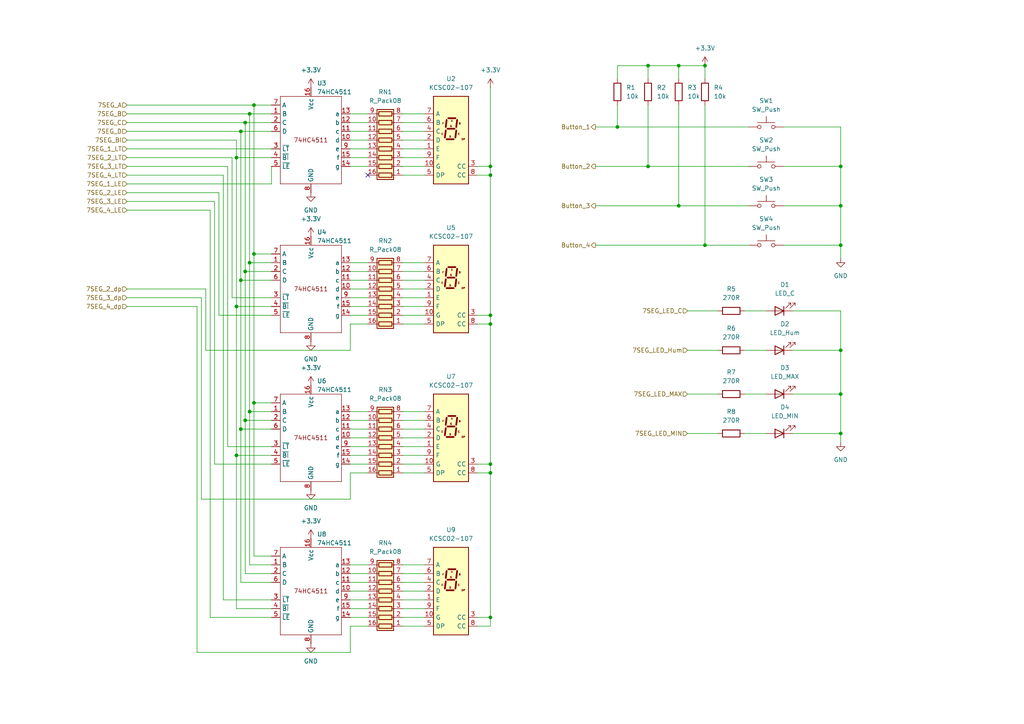
<source format=kicad_sch>
(kicad_sch (version 20250114) (generator "eeschema") (generator_version "9.0")
  (paper "A4")
  (lib_symbols
    (symbol "74HC4511:74HC4511"
      (property "Reference" "U" (at -8.382 14.224 0))
      (property "Value" "74HC4511" (at 0 0 0))
      (symbol "74HC4511_1_1"
        (rectangle (start -8.89 12.7) (end 8.89 -12.7) (fill (type color) (color 255 255 255 1)))
        (text "74HC4511\n" (at 0 0 0) (effects (font (size 1.27 1.27))))
        (pin input line (at -11.43 10.16 0) (length 2.54) (name "A") (number "7"))
        (pin input line (at -11.43 7.62 0) (length 2.54) (name "B") (number "1"))
        (pin input line (at -11.43 5.08 0) (length 2.54) (name "C") (number "2"))
        (pin input line (at -11.43 2.54 0) (length 2.54) (name "D") (number "6"))
        (pin input line (at -11.43 -2.54 0) (length 2.54) (name "~{LT}") (number "3"))
        (pin input line (at -11.43 -5.08 0) (length 2.54) (name "~{BI}") (number "4"))
        (pin input line (at -11.43 -7.62 0) (length 2.54) (name "~{LE}") (number "5"))
        (pin power_in line (at 0 15.24 270) (length 2.54) (name "Vcc") (number "16"))
        (pin power_out line (at 0 -15.24 90) (length 2.54) (name "GND") (number "8"))
        (pin output line (at 11.43 7.62 180) (length 2.54) (name "a") (number "13"))
        (pin output line (at 11.43 5.08 180) (length 2.54) (name "b") (number "12"))
        (pin output line (at 11.43 2.54 180) (length 2.54) (name "c") (number "11"))
        (pin output line (at 11.43 0 180) (length 2.54) (name "d") (number "10"))
        (pin output line (at 11.43 -2.54 180) (length 2.54) (name "e") (number "9"))
        (pin output line (at 11.43 -5.08 180) (length 2.54) (name "f") (number "15"))
        (pin output line (at 11.43 -7.62 180) (length 2.54) (name "g") (number "14"))
      )
    )
    (symbol "Device:LED" (pin_numbers (hide yes)) (pin_names (offset 1.016) (hide yes))
      (property "Reference" "D" (at 0 2.54 0))
      (property "Value" "LED" (at 0 -2.54 0))
      (symbol "LED_0_1"
        (polyline (pts (xy -3.048 -0.762) (xy -4.572 -2.286) (xy -3.81 -2.286) (xy -4.572 -2.286) (xy -4.572 -1.524)))
        (polyline (pts (xy -1.778 -0.762) (xy -3.302 -2.286) (xy -2.54 -2.286) (xy -3.302 -2.286) (xy -3.302 -1.524)))
        (polyline (pts (xy -1.27 0) (xy 1.27 0)))
        (polyline (pts (xy -1.27 -1.27) (xy -1.27 1.27)) (stroke (width 0.254)))
        (polyline (pts (xy 1.27 -1.27) (xy 1.27 1.27) (xy -1.27 0) (xy 1.27 -1.27)) (stroke (width 0.254)))
      )
      (symbol "LED_1_1"
        (pin passive line (at -3.81 0 0) (length 2.54) (name "K") (number "1"))
        (pin passive line (at 3.81 0 180) (length 2.54) (name "A") (number "2"))
      )
    )
    (symbol "Device:R" (pin_numbers (hide yes)) (pin_names (offset 0))
      (property "Reference" "R" (at 2.032 0 90))
      (property "Value" "R" (at 0 0 90))
      (symbol "R_0_1"
        (rectangle (start -1.016 -2.54) (end 1.016 2.54) (stroke (width 0.254)))
      )
      (symbol "R_1_1"
        (pin passive line (at 0 3.81 270) (length 1.27) (name "~") (number "1"))
        (pin passive line (at 0 -3.81 90) (length 1.27) (name "~") (number "2"))
      )
    )
    (symbol "Device:R_Pack08" (pin_names (offset 0) (hide yes))
      (property "Reference" "RN" (at -12.7 0 90))
      (property "Value" "R_Pack08" (at 10.16 0 90))
      (symbol "R_Pack08_0_1"
        (rectangle (start -11.43 -2.413) (end 8.89 2.413) (stroke (width 0.254)) (fill (type background)))
        (rectangle (start -10.795 1.905) (end -9.525 -1.905) (stroke (width 0.254)))
        (polyline (pts (xy -10.16 1.905) (xy -10.16 2.54)))
        (polyline (pts (xy -10.16 -2.54) (xy -10.16 -1.905)))
        (rectangle (start -8.255 1.905) (end -6.985 -1.905) (stroke (width 0.254)))
        (polyline (pts (xy -7.62 1.905) (xy -7.62 2.54)))
        (polyline (pts (xy -7.62 -2.54) (xy -7.62 -1.905)))
        (rectangle (start -5.715 1.905) (end -4.445 -1.905) (stroke (width 0.254)))
        (polyline (pts (xy -5.08 1.905) (xy -5.08 2.54)))
        (polyline (pts (xy -5.08 -2.54) (xy -5.08 -1.905)))
        (rectangle (start -3.175 1.905) (end -1.905 -1.905) (stroke (width 0.254)))
        (polyline (pts (xy -2.54 1.905) (xy -2.54 2.54)))
        (polyline (pts (xy -2.54 -2.54) (xy -2.54 -1.905)))
        (rectangle (start -0.635 1.905) (end 0.635 -1.905) (stroke (width 0.254)))
        (polyline (pts (xy 0 1.905) (xy 0 2.54)))
        (polyline (pts (xy 0 -2.54) (xy 0 -1.905)))
        (rectangle (start 1.905 1.905) (end 3.175 -1.905) (stroke (width 0.254)))
        (polyline (pts (xy 2.54 1.905) (xy 2.54 2.54)))
        (polyline (pts (xy 2.54 -2.54) (xy 2.54 -1.905)))
        (rectangle (start 4.445 1.905) (end 5.715 -1.905) (stroke (width 0.254)))
        (polyline (pts (xy 5.08 1.905) (xy 5.08 2.54)))
        (polyline (pts (xy 5.08 -2.54) (xy 5.08 -1.905)))
        (rectangle (start 6.985 1.905) (end 8.255 -1.905) (stroke (width 0.254)))
        (polyline (pts (xy 7.62 1.905) (xy 7.62 2.54)))
        (polyline (pts (xy 7.62 -2.54) (xy 7.62 -1.905)))
      )
      (symbol "R_Pack08_1_1"
        (pin passive line (at -10.16 5.08 270) (length 2.54) (name "R1.2") (number "16"))
        (pin passive line (at -10.16 -5.08 90) (length 2.54) (name "R1.1") (number "1"))
        (pin passive line (at -7.62 5.08 270) (length 2.54) (name "R2.2") (number "15"))
        (pin passive line (at -7.62 -5.08 90) (length 2.54) (name "R2.1") (number "2"))
        (pin passive line (at -5.08 5.08 270) (length 2.54) (name "R3.2") (number "14"))
        (pin passive line (at -5.08 -5.08 90) (length 2.54) (name "R3.1") (number "3"))
        (pin passive line (at -2.54 5.08 270) (length 2.54) (name "R4.2") (number "13"))
        (pin passive line (at -2.54 -5.08 90) (length 2.54) (name "R4.1") (number "4"))
        (pin passive line (at 0 5.08 270) (length 2.54) (name "R5.2") (number "12"))
        (pin passive line (at 0 -5.08 90) (length 2.54) (name "R5.1") (number "5"))
        (pin passive line (at 2.54 5.08 270) (length 2.54) (name "R6.2") (number "11"))
        (pin passive line (at 2.54 -5.08 90) (length 2.54) (name "R6.1") (number "6"))
        (pin passive line (at 5.08 5.08 270) (length 2.54) (name "R7.2") (number "10"))
        (pin passive line (at 5.08 -5.08 90) (length 2.54) (name "R7.1") (number "7"))
        (pin passive line (at 7.62 5.08 270) (length 2.54) (name "R8.2") (number "9"))
        (pin passive line (at 7.62 -5.08 90) (length 2.54) (name "R8.1") (number "8"))
      )
    )
    (symbol "Display_Character:KCSC02-107" (pin_names (offset 0.635))
      (property "Reference" "U" (at -2.54 13.97 0))
      (property "Value" "KCSC02-107" (at 1.27 13.97 0))
      (symbol "KCSC02-107_0_0"
        (text "E" (at -2.54 1.778 0) (effects (font (size 0.508 0.508))))
        (text "F" (at -2.286 4.826 0) (effects (font (size 0.508 0.508))))
        (text "D" (at -0.254 1.016 0) (effects (font (size 0.508 0.508))))
        (text "G" (at 0 4.064 0) (effects (font (size 0.508 0.508))))
        (text "A" (at 0.254 5.588 0) (effects (font (size 0.508 0.508))))
        (text "C" (at 2.286 1.778 0) (effects (font (size 0.508 0.508))))
        (text "B" (at 2.54 4.826 0) (effects (font (size 0.508 0.508))))
        (text "DP" (at 3.556 0.254 0) (effects (font (size 0.508 0.508))))
      )
      (symbol "KCSC02-107_0_1"
        (rectangle (start -5.08 12.7) (end 5.08 -12.7) (stroke (width 0.254)) (fill (type background)))
        (polyline (pts (xy -1.524 2.794) (xy -1.778 0.762)) (stroke (width 0.508)))
        (polyline (pts (xy -1.27 5.842) (xy -1.524 3.81)) (stroke (width 0.508)))
        (polyline (pts (xy -1.27 0.254) (xy 0.762 0.254)) (stroke (width 0.508)))
        (polyline (pts (xy -1.016 3.302) (xy 1.016 3.302)) (stroke (width 0.508)))
        (polyline (pts (xy -0.762 6.35) (xy 1.27 6.35)) (stroke (width 0.508)))
        (polyline (pts (xy 1.524 2.794) (xy 1.27 0.762)) (stroke (width 0.508)))
        (polyline (pts (xy 1.778 5.842) (xy 1.524 3.81)) (stroke (width 0.508)))
        (polyline (pts (xy 2.54 0.254) (xy 2.54 0.254)) (stroke (width 0.508)))
      )
      (symbol "KCSC02-107_1_1"
        (pin input line (at -7.62 7.62 0) (length 2.54) (name "A") (number "7"))
        (pin input line (at -7.62 5.08 0) (length 2.54) (name "B") (number "6"))
        (pin input line (at -7.62 2.54 0) (length 2.54) (name "C") (number "4"))
        (pin input line (at -7.62 0 0) (length 2.54) (name "D") (number "2"))
        (pin input line (at -7.62 -2.54 0) (length 2.54) (name "E") (number "1"))
        (pin input line (at -7.62 -5.08 0) (length 2.54) (name "F") (number "9"))
        (pin input line (at -7.62 -7.62 0) (length 2.54) (name "G") (number "10"))
        (pin input line (at -7.62 -10.16 0) (length 2.54) (name "DP") (number "5"))
        (pin input line (at 7.62 -7.62 180) (length 2.54) (name "CC") (number "3"))
        (pin input line (at 7.62 -10.16 180) (length 2.54) (name "CC") (number "8"))
      )
    )
    (symbol "Switch:SW_Push" (pin_numbers (hide yes)) (pin_names (offset 1.016) (hide yes))
      (property "Reference" "SW" (at 1.27 2.54 0))
      (property "Value" "SW_Push" (at 0 -1.524 0))
      (symbol "SW_Push_0_1"
        (circle (center -2.032 0) (radius 0.508))
        (polyline (pts (xy 0 1.27) (xy 0 3.048)))
        (circle (center 2.032 0) (radius 0.508))
        (polyline (pts (xy 2.54 1.27) (xy -2.54 1.27)))
        (pin passive line (at -5.08 0 0) (length 2.54) (name "1") (number "1"))
        (pin passive line (at 5.08 0 180) (length 2.54) (name "2") (number "2"))
      )
    )
    (symbol "power:GND" (power) (pin_numbers (hide yes)) (pin_names (offset 0) (hide yes))
      (property "Value" "GND" (at 0 -3.81 0))
      (symbol "GND_0_1"
        (polyline (pts (xy 0 0) (xy 0 -1.27) (xy 1.27 -1.27) (xy 0 -2.54) (xy -1.27 -1.27) (xy 0 -1.27)))
      )
      (symbol "GND_1_1"
        (pin power_in line (at 0 0 270) (length 0) (name "~") (number "1"))
      )
    )
    (symbol "power:VDD" (power) (pin_numbers (hide yes)) (pin_names (offset 0) (hide yes))
      (property "Value" "VDD" (at 0 3.556 0))
      (symbol "VDD_0_1"
        (polyline (pts (xy -0.762 1.27) (xy 0 2.54)))
        (polyline (pts (xy 0 2.54) (xy 0.762 1.27)))
        (polyline (pts (xy 0 0) (xy 0 2.54)))
      )
      (symbol "VDD_1_1"
        (pin power_in line (at 0 0 90) (length 0) (name "~") (number "1"))
      )
    )
  )
  (junction (at 187.96 19.05))
  (junction (at 73.66 116.84))
  (junction (at 243.84 114.3))
  (junction (at 71.12 121.92))
  (junction (at 243.84 125.73))
  (junction (at 68.58 132.08))
  (junction (at 243.84 101.6))
  (junction (at 72.39 33.02))
  (junction (at 71.12 78.74))
  (junction (at 204.47 19.05))
  (junction (at 68.58 88.9))
  (junction (at 73.66 30.48))
  (junction (at 71.12 35.56))
  (junction (at 196.85 19.05))
  (junction (at 69.85 124.46))
  (junction (at 187.96 48.26))
  (junction (at 72.39 76.2))
  (junction (at 142.24 48.26))
  (junction (at 142.24 134.62))
  (junction (at 142.24 137.16))
  (junction (at 243.84 48.26))
  (junction (at 243.84 59.69))
  (junction (at 142.24 93.98))
  (junction (at 204.47 71.12))
  (junction (at 142.24 179.07))
  (junction (at 196.85 59.69))
  (junction (at 73.66 73.66))
  (junction (at 72.39 119.38))
  (junction (at 69.85 38.1))
  (junction (at 69.85 81.28))
  (junction (at 179.07 36.83))
  (junction (at 142.24 91.44))
  (junction (at 243.84 71.12))
  (junction (at 68.58 45.72))
  (junction (at 142.24 50.8))
  (no_connect (at 106.68 50.8))
  (wire (pts (xy 116.84 168.91) (xy 123.19 168.91)))
  (wire (pts (xy 116.84 78.74) (xy 123.19 78.74)))
  (wire (pts (xy 101.6 173.99) (xy 106.68 173.99)))
  (wire (pts (xy 142.24 137.16) (xy 142.24 179.07)))
  (wire (pts (xy 243.84 71.12) (xy 243.84 74.93)))
  (wire (pts (xy 36.83 55.88) (xy 63.5 55.88)))
  (wire (pts (xy 116.84 88.9) (xy 123.19 88.9)))
  (wire (pts (xy 36.83 48.26) (xy 66.04 48.26)))
  (wire (pts (xy 101.6 35.56) (xy 106.68 35.56)))
  (wire (pts (xy 227.33 59.69) (xy 243.84 59.69)))
  (wire (pts (xy 68.58 132.08) (xy 68.58 176.53)))
  (wire (pts (xy 36.83 30.48) (xy 73.66 30.48)))
  (wire (pts (xy 101.6 181.61) (xy 106.68 181.61)))
  (wire (pts (xy 57.15 88.9) (xy 57.15 189.23)))
  (wire (pts (xy 72.39 33.02) (xy 78.74 33.02)))
  (wire (pts (xy 101.6 171.45) (xy 106.68 171.45)))
  (wire (pts (xy 199.39 114.3) (xy 208.28 114.3)))
  (wire (pts (xy 116.84 50.8) (xy 123.19 50.8)))
  (wire (pts (xy 196.85 19.05) (xy 187.96 19.05)))
  (wire (pts (xy 101.6 48.26) (xy 106.68 48.26)))
  (wire (pts (xy 69.85 81.28) (xy 78.74 81.28)))
  (wire (pts (xy 69.85 38.1) (xy 69.85 81.28)))
  (wire (pts (xy 57.15 189.23) (xy 101.6 189.23)))
  (wire (pts (xy 73.66 116.84) (xy 78.74 116.84)))
  (wire (pts (xy 187.96 19.05) (xy 179.07 19.05)))
  (wire (pts (xy 62.23 134.62) (xy 78.74 134.62)))
  (wire (pts (xy 67.31 86.36) (xy 78.74 86.36)))
  (wire (pts (xy 66.04 48.26) (xy 66.04 129.54)))
  (wire (pts (xy 58.42 86.36) (xy 58.42 144.78)))
  (wire (pts (xy 229.87 125.73) (xy 243.84 125.73)))
  (wire (pts (xy 101.6 129.54) (xy 106.68 129.54)))
  (wire (pts (xy 36.83 35.56) (xy 71.12 35.56)))
  (wire (pts (xy 72.39 163.83) (xy 78.74 163.83)))
  (wire (pts (xy 73.66 73.66) (xy 78.74 73.66)))
  (wire (pts (xy 116.84 35.56) (xy 123.19 35.56)))
  (wire (pts (xy 36.83 88.9) (xy 57.15 88.9)))
  (wire (pts (xy 243.84 125.73) (xy 243.84 128.27)))
  (wire (pts (xy 187.96 48.26) (xy 217.17 48.26)))
  (wire (pts (xy 101.6 166.37) (xy 106.68 166.37)))
  (wire (pts (xy 116.84 38.1) (xy 123.19 38.1)))
  (wire (pts (xy 101.6 119.38) (xy 106.68 119.38)))
  (wire (pts (xy 68.58 88.9) (xy 78.74 88.9)))
  (wire (pts (xy 69.85 81.28) (xy 69.85 124.46)))
  (wire (pts (xy 67.31 45.72) (xy 67.31 86.36)))
  (wire (pts (xy 64.77 50.8) (xy 64.77 173.99)))
  (wire (pts (xy 116.84 166.37) (xy 123.19 166.37)))
  (wire (pts (xy 101.6 124.46) (xy 106.68 124.46)))
  (wire (pts (xy 116.84 176.53) (xy 123.19 176.53)))
  (wire (pts (xy 101.6 132.08) (xy 106.68 132.08)))
  (wire (pts (xy 101.6 189.23) (xy 101.6 181.61)))
  (wire (pts (xy 62.23 58.42) (xy 62.23 134.62)))
  (wire (pts (xy 116.84 40.64) (xy 123.19 40.64)))
  (wire (pts (xy 116.84 91.44) (xy 123.19 91.44)))
  (wire (pts (xy 116.84 181.61) (xy 123.19 181.61)))
  (wire (pts (xy 68.58 45.72) (xy 68.58 88.9)))
  (wire (pts (xy 36.83 38.1) (xy 69.85 38.1)))
  (wire (pts (xy 204.47 71.12) (xy 217.17 71.12)))
  (wire (pts (xy 116.84 129.54) (xy 123.19 129.54)))
  (wire (pts (xy 101.6 163.83) (xy 106.68 163.83)))
  (wire (pts (xy 101.6 76.2) (xy 106.68 76.2)))
  (wire (pts (xy 59.69 101.6) (xy 101.6 101.6)))
  (wire (pts (xy 142.24 93.98) (xy 142.24 134.62)))
  (wire (pts (xy 101.6 45.72) (xy 106.68 45.72)))
  (wire (pts (xy 101.6 38.1) (xy 106.68 38.1)))
  (wire (pts (xy 172.72 59.69) (xy 196.85 59.69)))
  (wire (pts (xy 204.47 19.05) (xy 204.47 22.86)))
  (wire (pts (xy 78.74 53.34) (xy 78.74 48.26)))
  (wire (pts (xy 243.84 48.26) (xy 243.84 59.69)))
  (wire (pts (xy 172.72 36.83) (xy 179.07 36.83)))
  (wire (pts (xy 215.9 101.6) (xy 222.25 101.6)))
  (wire (pts (xy 66.04 129.54) (xy 78.74 129.54)))
  (wire (pts (xy 73.66 30.48) (xy 78.74 30.48)))
  (wire (pts (xy 229.87 101.6) (xy 243.84 101.6)))
  (wire (pts (xy 72.39 119.38) (xy 72.39 163.83)))
  (wire (pts (xy 116.84 86.36) (xy 123.19 86.36)))
  (wire (pts (xy 179.07 19.05) (xy 179.07 22.86)))
  (wire (pts (xy 71.12 166.37) (xy 78.74 166.37)))
  (wire (pts (xy 73.66 116.84) (xy 73.66 161.29)))
  (wire (pts (xy 64.77 173.99) (xy 78.74 173.99)))
  (wire (pts (xy 101.6 40.64) (xy 106.68 40.64)))
  (wire (pts (xy 142.24 91.44) (xy 142.24 93.98)))
  (wire (pts (xy 227.33 36.83) (xy 243.84 36.83)))
  (wire (pts (xy 36.83 40.64) (xy 68.58 40.64)))
  (wire (pts (xy 142.24 50.8) (xy 138.43 50.8)))
  (wire (pts (xy 229.87 90.17) (xy 243.84 90.17)))
  (wire (pts (xy 187.96 30.48) (xy 187.96 48.26)))
  (wire (pts (xy 142.24 50.8) (xy 142.24 91.44)))
  (wire (pts (xy 59.69 83.82) (xy 59.69 101.6)))
  (wire (pts (xy 36.83 83.82) (xy 59.69 83.82)))
  (wire (pts (xy 116.84 163.83) (xy 123.19 163.83)))
  (wire (pts (xy 71.12 121.92) (xy 71.12 166.37)))
  (wire (pts (xy 101.6 33.02) (xy 106.68 33.02)))
  (wire (pts (xy 63.5 55.88) (xy 63.5 91.44)))
  (wire (pts (xy 68.58 132.08) (xy 78.74 132.08)))
  (wire (pts (xy 227.33 48.26) (xy 243.84 48.26)))
  (wire (pts (xy 69.85 124.46) (xy 78.74 124.46)))
  (wire (pts (xy 116.84 173.99) (xy 123.19 173.99)))
  (wire (pts (xy 68.58 40.64) (xy 68.58 45.72)))
  (wire (pts (xy 78.74 76.2) (xy 72.39 76.2)))
  (wire (pts (xy 101.6 78.74) (xy 106.68 78.74)))
  (wire (pts (xy 72.39 76.2) (xy 72.39 119.38)))
  (wire (pts (xy 101.6 176.53) (xy 106.68 176.53)))
  (wire (pts (xy 101.6 93.98) (xy 106.68 93.98)))
  (wire (pts (xy 101.6 83.82) (xy 106.68 83.82)))
  (wire (pts (xy 36.83 45.72) (xy 67.31 45.72)))
  (wire (pts (xy 179.07 30.48) (xy 179.07 36.83)))
  (wire (pts (xy 116.84 179.07) (xy 123.19 179.07)))
  (wire (pts (xy 172.72 71.12) (xy 204.47 71.12)))
  (wire (pts (xy 179.07 36.83) (xy 217.17 36.83)))
  (wire (pts (xy 142.24 25.4) (xy 142.24 48.26)))
  (wire (pts (xy 243.84 90.17) (xy 243.84 101.6)))
  (wire (pts (xy 116.84 45.72) (xy 123.19 45.72)))
  (wire (pts (xy 116.84 76.2) (xy 123.19 76.2)))
  (wire (pts (xy 215.9 90.17) (xy 222.25 90.17)))
  (wire (pts (xy 71.12 121.92) (xy 78.74 121.92)))
  (wire (pts (xy 116.84 119.38) (xy 123.19 119.38)))
  (wire (pts (xy 68.58 176.53) (xy 78.74 176.53)))
  (wire (pts (xy 101.6 134.62) (xy 106.68 134.62)))
  (wire (pts (xy 101.6 101.6) (xy 101.6 93.98)))
  (wire (pts (xy 142.24 91.44) (xy 138.43 91.44)))
  (wire (pts (xy 116.84 134.62) (xy 123.19 134.62)))
  (wire (pts (xy 116.84 127) (xy 123.19 127)))
  (wire (pts (xy 243.84 36.83) (xy 243.84 48.26)))
  (wire (pts (xy 142.24 179.07) (xy 142.24 181.61)))
  (wire (pts (xy 60.96 60.96) (xy 60.96 179.07)))
  (wire (pts (xy 116.84 124.46) (xy 123.19 124.46)))
  (wire (pts (xy 101.6 86.36) (xy 106.68 86.36)))
  (wire (pts (xy 36.83 43.18) (xy 78.74 43.18)))
  (wire (pts (xy 243.84 59.69) (xy 243.84 71.12)))
  (wire (pts (xy 116.84 43.18) (xy 123.19 43.18)))
  (wire (pts (xy 116.84 132.08) (xy 123.19 132.08)))
  (wire (pts (xy 116.84 121.92) (xy 123.19 121.92)))
  (wire (pts (xy 101.6 81.28) (xy 106.68 81.28)))
  (wire (pts (xy 243.84 114.3) (xy 243.84 125.73)))
  (wire (pts (xy 36.83 53.34) (xy 78.74 53.34)))
  (wire (pts (xy 116.84 48.26) (xy 123.19 48.26)))
  (wire (pts (xy 199.39 90.17) (xy 208.28 90.17)))
  (wire (pts (xy 116.84 83.82) (xy 123.19 83.82)))
  (wire (pts (xy 58.42 144.78) (xy 101.6 144.78)))
  (wire (pts (xy 68.58 88.9) (xy 68.58 132.08)))
  (wire (pts (xy 215.9 114.3) (xy 222.25 114.3)))
  (wire (pts (xy 69.85 38.1) (xy 78.74 38.1)))
  (wire (pts (xy 36.83 50.8) (xy 64.77 50.8)))
  (wire (pts (xy 101.6 179.07) (xy 106.68 179.07)))
  (wire (pts (xy 63.5 91.44) (xy 78.74 91.44)))
  (wire (pts (xy 199.39 125.73) (xy 208.28 125.73)))
  (wire (pts (xy 101.6 88.9) (xy 106.68 88.9)))
  (wire (pts (xy 36.83 60.96) (xy 60.96 60.96)))
  (wire (pts (xy 204.47 30.48) (xy 204.47 71.12)))
  (wire (pts (xy 69.85 168.91) (xy 78.74 168.91)))
  (wire (pts (xy 227.33 71.12) (xy 243.84 71.12)))
  (wire (pts (xy 72.39 119.38) (xy 78.74 119.38)))
  (wire (pts (xy 116.84 93.98) (xy 123.19 93.98)))
  (wire (pts (xy 36.83 58.42) (xy 62.23 58.42)))
  (wire (pts (xy 196.85 19.05) (xy 196.85 22.86)))
  (wire (pts (xy 204.47 19.05) (xy 196.85 19.05)))
  (wire (pts (xy 101.6 121.92) (xy 106.68 121.92)))
  (wire (pts (xy 71.12 78.74) (xy 71.12 121.92)))
  (wire (pts (xy 142.24 93.98) (xy 138.43 93.98)))
  (wire (pts (xy 116.84 171.45) (xy 123.19 171.45)))
  (wire (pts (xy 71.12 35.56) (xy 78.74 35.56)))
  (wire (pts (xy 142.24 179.07) (xy 138.43 179.07)))
  (wire (pts (xy 142.24 134.62) (xy 138.43 134.62)))
  (wire (pts (xy 101.6 137.16) (xy 106.68 137.16)))
  (wire (pts (xy 101.6 127) (xy 106.68 127)))
  (wire (pts (xy 36.83 86.36) (xy 58.42 86.36)))
  (wire (pts (xy 172.72 48.26) (xy 187.96 48.26)))
  (wire (pts (xy 101.6 168.91) (xy 106.68 168.91)))
  (wire (pts (xy 36.83 33.02) (xy 72.39 33.02)))
  (wire (pts (xy 142.24 181.61) (xy 138.43 181.61)))
  (wire (pts (xy 215.9 125.73) (xy 222.25 125.73)))
  (wire (pts (xy 142.24 137.16) (xy 138.43 137.16)))
  (wire (pts (xy 72.39 33.02) (xy 72.39 76.2)))
  (wire (pts (xy 71.12 78.74) (xy 78.74 78.74)))
  (wire (pts (xy 101.6 43.18) (xy 106.68 43.18)))
  (wire (pts (xy 229.87 114.3) (xy 243.84 114.3)))
  (wire (pts (xy 71.12 35.56) (xy 71.12 78.74)))
  (wire (pts (xy 101.6 91.44) (xy 106.68 91.44)))
  (wire (pts (xy 116.84 137.16) (xy 123.19 137.16)))
  (wire (pts (xy 196.85 30.48) (xy 196.85 59.69)))
  (wire (pts (xy 69.85 124.46) (xy 69.85 168.91)))
  (wire (pts (xy 142.24 48.26) (xy 142.24 50.8)))
  (wire (pts (xy 73.66 73.66) (xy 73.66 116.84)))
  (wire (pts (xy 187.96 19.05) (xy 187.96 22.86)))
  (wire (pts (xy 101.6 144.78) (xy 101.6 137.16)))
  (wire (pts (xy 142.24 134.62) (xy 142.24 137.16)))
  (wire (pts (xy 60.96 179.07) (xy 78.74 179.07)))
  (wire (pts (xy 196.85 59.69) (xy 217.17 59.69)))
  (wire (pts (xy 142.24 48.26) (xy 138.43 48.26)))
  (wire (pts (xy 68.58 45.72) (xy 78.74 45.72)))
  (wire (pts (xy 243.84 101.6) (xy 243.84 114.3)))
  (wire (pts (xy 199.39 101.6) (xy 208.28 101.6)))
  (wire (pts (xy 116.84 81.28) (xy 123.19 81.28)))
  (wire (pts (xy 73.66 30.48) (xy 73.66 73.66)))
  (wire (pts (xy 73.66 161.29) (xy 78.74 161.29)))
  (wire (pts (xy 116.84 33.02) (xy 123.19 33.02)))
  (hierarchical_label "7SEG_BI" (shape input) (at 36.83 40.64 180))
  (hierarchical_label "Button_2" (shape output) (at 172.72 48.26 180))
  (hierarchical_label "7SEG_1_LT" (shape input) (at 36.83 43.18 180))
  (hierarchical_label "7SEG_4_dp" (shape input) (at 36.83 88.9 180))
  (hierarchical_label "7SEG_LED_Hum" (shape input) (at 199.39 101.6 180))
  (hierarchical_label "Button_3" (shape output) (at 172.72 59.69 180))
  (hierarchical_label "7SEG_LED_C" (shape input) (at 199.39 90.17 180))
  (hierarchical_label "Button_4" (shape output) (at 172.72 71.12 180))
  (hierarchical_label "7SEG_A" (shape input) (at 36.83 30.48 180))
  (hierarchical_label "7SEG_2_LT" (shape input) (at 36.83 45.72 180))
  (hierarchical_label "7SEG_3_dp" (shape input) (at 36.83 86.36 180))
  (hierarchical_label "7SEG_D" (shape input) (at 36.83 38.1 180))
  (hierarchical_label "Button_1" (shape output) (at 172.72 36.83 180))
  (hierarchical_label "7SEG_LED_MAX" (shape input) (at 199.39 114.3 180))
  (hierarchical_label "7SEG_B" (shape input) (at 36.83 33.02 180))
  (hierarchical_label "7SEG_2_dp" (shape input) (at 36.83 83.82 180))
  (hierarchical_label "7SEG_1_LE" (shape input) (at 36.83 53.34 180))
  (hierarchical_label "7SEG_4_LT" (shape input) (at 36.83 50.8 180))
  (hierarchical_label "7SEG_4_LE" (shape input) (at 36.83 60.96 180))
  (hierarchical_label "7SEG_2_LE" (shape input) (at 36.83 55.88 180))
  (hierarchical_label "7SEG_LED_MIN" (shape input) (at 199.39 125.73 180))
  (hierarchical_label "7SEG_3_LT" (shape input) (at 36.83 48.26 180))
  (hierarchical_label "7SEG_C" (shape input) (at 36.83 35.56 180))
  (hierarchical_label "7SEG_3_LE" (shape input) (at 36.83 58.42 180))
  (symbol (lib_id "power:GND") (at 243.84 74.93 0) (unit 1)
    (property "Reference" "#PWR019" (effects (hide yes)))
    (property "Value" "GND" (at 243.84 80.01 0))
    (property "Description" "Power symbol creates a global label with name \"GND\" , ground" (effects (hide yes)))
  )
  (symbol (lib_id "Device:R") (at 179.07 26.67 0) (unit 1)
    (property "Reference" "R1" (at 181.61 25.3999 0) (effects (justify left)))
    (property "Value" "10k" (at 181.61 27.9399 0) (effects (justify left)))
    (property "Footprint" "Resistor_SMD:R_0603_1608Metric" (effects (hide yes)))
    (property "Description" "Resistor" (effects (hide yes)))
  )
  (symbol (lib_id "Device:R") (at 187.96 26.67 0) (unit 1)
    (property "Reference" "R2" (at 190.5 25.3999 0) (effects (justify left)))
    (property "Value" "10k" (at 190.5 27.9399 0) (effects (justify left)))
    (property "Footprint" "Resistor_SMD:R_0603_1608Metric" (effects (hide yes)))
    (property "Description" "Resistor" (effects (hide yes)))
  )
  (symbol (lib_id "Device:R") (at 196.85 26.67 0) (unit 1)
    (property "Reference" "R3" (at 199.39 25.3999 0) (effects (justify left)))
    (property "Value" "10k" (at 199.39 27.9399 0) (effects (justify left)))
    (property "Footprint" "Resistor_SMD:R_0603_1608Metric" (effects (hide yes)))
    (property "Description" "Resistor" (effects (hide yes)))
  )
  (symbol (lib_id "Device:LED") (at 226.06 90.17 180) (unit 1)
    (property "Reference" "D1" (at 227.6475 82.55 0))
    (property "Value" "LED_C" (at 227.6475 85.09 0))
    (property "Footprint" "LED_SMD:LED_0603_1608Metric" (effects (hide yes)))
    (property "Description" "Light emitting diode" (effects (hide yes)))
    (property "Sim.Pins" "1=K 2=A" (effects (hide yes)))
  )
  (symbol (lib_id "74HC4511:74HC4511") (at 90.17 40.64 0) (unit 1)
    (property "Reference" "U3" (at 91.948 24.13 0) (effects (justify left)))
    (property "Value" "74HC4511" (at 91.948 26.67 0) (effects (justify left)))
    (property "Footprint" "Package_SO:SO-16_3.9x9.9mm_P1.27mm" (effects (hide yes)))
    (property "Datasheet" "https://assets.nexperia.com/documents/data-sheet/74HC_HCT4511.pdf" (effects (hide yes)))
    (property "Description" "BCD to 7-segment latch/decoder/driver" (effects (hide yes)))
    (property "MPN" "74HC4511" (effects (hide yes)))
  )
  (symbol (lib_id "Display_Character:KCSC02-107") (at 130.81 127 0) (unit 1)
    (property "Reference" "U7" (at 130.81 109.22 0))
    (property "Value" "KCSC02-107" (at 130.81 111.76 0))
    (property "Footprint" "Display_7Segment:7SEGMENT-LED__HDSM531_HDSM533_SMD" (effects (hide yes)))
    (property "Datasheet" "http://www.kingbright.com/attachments/file/psearch/000/00/00/KCSC02-106(Ver.10A).pdf" (effects (hide yes)))
    (property "Description" "One digit 7 segment super bright orange LED, common cathode" (effects (hide yes)))
    (property "MPN" "157143S12700" (effects (hide yes)))
  )
  (symbol (lib_id "power:GND") (at 243.84 128.27 0) (unit 1)
    (property "Reference" "#PWR020" (effects (hide yes)))
    (property "Value" "GND" (at 243.84 133.35 0))
    (property "Description" "Power symbol creates a global label with name \"GND\" , ground" (effects (hide yes)))
  )
  (symbol (lib_id "Device:R_Pack08") (at 111.76 40.64 90) (unit 1)
    (property "Reference" "RN1" (at 111.76 26.67 90))
    (property "Value" "R_Pack08" (at 111.76 29.21 90))
    (property "Footprint" "Resistor_SMD:R_Array_Convex_8x0602" (effects (hide yes)))
    (property "Description" "8 resistor network, parallel topology" (effects (hide yes)))
  )
  (symbol (lib_id "Device:R_Pack08") (at 111.76 171.45 90) (unit 1)
    (property "Reference" "RN4" (at 111.76 157.48 90))
    (property "Value" "R_Pack08" (at 111.76 160.02 90))
    (property "Footprint" "Resistor_SMD:R_Array_Convex_8x0602" (effects (hide yes)))
    (property "Description" "8 resistor network, parallel topology" (effects (hide yes)))
  )
  (symbol (lib_id "74HC4511:74HC4511") (at 90.17 127 0) (unit 1)
    (property "Reference" "U6" (at 91.948 110.49 0) (effects (justify left)))
    (property "Value" "74HC4511" (at 91.948 113.03 0) (effects (justify left)))
    (property "Footprint" "Package_SO:SO-16_3.9x9.9mm_P1.27mm" (effects (hide yes)))
    (property "Datasheet" "https://assets.nexperia.com/documents/data-sheet/74HC_HCT4511.pdf" (effects (hide yes)))
    (property "Description" "BCD to 7-segment latch/decoder/driver" (effects (hide yes)))
    (property "MPN" "74HC4511" (effects (hide yes)))
  )
  (symbol (lib_id "power:GND") (at 90.17 186.69 0) (unit 1)
    (property "Reference" "#PWR018" (effects (hide yes)))
    (property "Value" "GND" (at 90.17 191.77 0))
    (property "Description" "Power symbol creates a global label with name \"GND\" , ground" (effects (hide yes)))
  )
  (symbol (lib_id "Device:R_Pack08") (at 111.76 127 90) (unit 1)
    (property "Reference" "RN3" (at 111.76 113.03 90))
    (property "Value" "R_Pack08" (at 111.76 115.57 90))
    (property "Footprint" "Resistor_SMD:R_Array_Convex_8x0602" (effects (hide yes)))
    (property "Description" "8 resistor network, parallel topology" (effects (hide yes)))
  )
  (symbol (lib_id "Switch:SW_Push") (at 222.25 48.26 0) (unit 1)
    (property "Reference" "SW2" (at 222.25 40.64 0))
    (property "Value" "SW_Push" (at 222.25 43.18 0))
    (property "Footprint" "Button_Switch_SMD:SW_Push_1P1T_NO_Vertical_Wuerth_434133025816" (effects (hide yes)))
    (property "Description" "Push button switch, generic, two pins" (effects (hide yes)))
  )
  (symbol (lib_id "Device:LED") (at 226.06 101.6 180) (unit 1)
    (property "Reference" "D2" (at 227.6475 93.98 0))
    (property "Value" "LED_Hum" (at 227.6475 96.52 0))
    (property "Footprint" "LED_SMD:LED_0603_1608Metric" (effects (hide yes)))
    (property "Description" "Light emitting diode" (effects (hide yes)))
    (property "Sim.Pins" "1=K 2=A" (effects (hide yes)))
  )
  (symbol (lib_id "power:VDD") (at 90.17 111.76 0) (unit 1)
    (property "Reference" "#PWR015" (effects (hide yes)))
    (property "Value" "+3.3V" (at 90.17 106.68 0))
    (property "Description" "Power symbol creates a global label with name \"VDD\"" (effects (hide yes)))
  )
  (symbol (lib_id "power:VDD") (at 90.17 68.58 0) (unit 1)
    (property "Reference" "#PWR013" (effects (hide yes)))
    (property "Value" "+3.3V" (at 90.17 63.5 0))
    (property "Description" "Power symbol creates a global label with name \"VDD\"" (effects (hide yes)))
  )
  (symbol (lib_id "power:GND") (at 90.17 99.06 0) (unit 1)
    (property "Reference" "#PWR014" (effects (hide yes)))
    (property "Value" "GND" (at 90.17 104.14 0))
    (property "Description" "Power symbol creates a global label with name \"GND\" , ground" (effects (hide yes)))
  )
  (symbol (lib_id "Device:R") (at 212.09 125.73 90) (unit 1)
    (property "Reference" "R8" (at 212.09 119.38 90))
    (property "Value" "270R" (at 212.09 121.92 90))
    (property "Footprint" "Resistor_SMD:R_0603_1608Metric" (effects (hide yes)))
    (property "Description" "Resistor" (effects (hide yes)))
  )
  (symbol (lib_id "Switch:SW_Push") (at 222.25 59.69 0) (unit 1)
    (property "Reference" "SW3" (at 222.25 52.07 0))
    (property "Value" "SW_Push" (at 222.25 54.61 0))
    (property "Footprint" "Button_Switch_SMD:SW_Push_1P1T_NO_Vertical_Wuerth_434133025816" (effects (hide yes)))
    (property "Description" "Push button switch, generic, two pins" (effects (hide yes)))
  )
  (symbol (lib_id "power:GND") (at 90.17 142.24 0) (unit 1)
    (property "Reference" "#PWR016" (effects (hide yes)))
    (property "Value" "GND" (at 90.17 147.32 0))
    (property "Description" "Power symbol creates a global label with name \"GND\" , ground" (effects (hide yes)))
  )
  (symbol (lib_id "74HC4511:74HC4511") (at 90.17 171.45 0) (unit 1)
    (property "Reference" "U8" (at 91.948 154.94 0) (effects (justify left)))
    (property "Value" "74HC4511" (at 91.948 157.48 0) (effects (justify left)))
    (property "Footprint" "Package_SO:SO-16_3.9x9.9mm_P1.27mm" (effects (hide yes)))
    (property "Datasheet" "https://assets.nexperia.com/documents/data-sheet/74HC_HCT4511.pdf" (effects (hide yes)))
    (property "Description" "BCD to 7-segment latch/decoder/driver" (effects (hide yes)))
    (property "MPN" "74HC4511" (effects (hide yes)))
  )
  (symbol (lib_id "Switch:SW_Push") (at 222.25 71.12 0) (unit 1)
    (property "Reference" "SW4" (at 222.25 63.5 0))
    (property "Value" "SW_Push" (at 222.25 66.04 0))
    (property "Footprint" "Button_Switch_SMD:SW_Push_1P1T_NO_Vertical_Wuerth_434133025816" (effects (hide yes)))
    (property "Description" "Push button switch, generic, two pins" (effects (hide yes)))
  )
  (symbol (lib_id "Device:R_Pack08") (at 111.76 83.82 90) (unit 1)
    (property "Reference" "RN2" (at 111.76 69.85 90))
    (property "Value" "R_Pack08" (at 111.76 72.39 90))
    (property "Footprint" "Resistor_SMD:R_Array_Convex_8x0602" (effects (hide yes)))
    (property "Description" "8 resistor network, parallel topology" (effects (hide yes)))
  )
  (symbol (lib_id "power:VDD") (at 142.24 25.4 0) (unit 1)
    (property "Reference" "#PWR023" (effects (hide yes)))
    (property "Value" "+3.3V" (at 142.24 20.32 0))
    (property "Description" "Power symbol creates a global label with name \"VDD\"" (effects (hide yes)))
  )
  (symbol (lib_id "Device:LED") (at 226.06 114.3 180) (unit 1)
    (property "Reference" "D3" (at 227.6475 106.68 0))
    (property "Value" "LED_MAX" (at 227.6475 109.22 0))
    (property "Footprint" "LED_SMD:LED_0603_1608Metric" (effects (hide yes)))
    (property "Description" "Light emitting diode" (effects (hide yes)))
    (property "Sim.Pins" "1=K 2=A" (effects (hide yes)))
  )
  (symbol (lib_id "Display_Character:KCSC02-107") (at 130.81 40.64 0) (unit 1)
    (property "Reference" "U2" (at 130.81 22.86 0))
    (property "Value" "KCSC02-107" (at 130.81 25.4 0))
    (property "Footprint" "Display_7Segment:7SEGMENT-LED__HDSM531_HDSM533_SMD" (effects (hide yes)))
    (property "Datasheet" "http://www.kingbright.com/attachments/file/psearch/000/00/00/KCSC02-106(Ver.10A).pdf" (effects (hide yes)))
    (property "Description" "One digit 7 segment super bright orange LED, common cathode" (effects (hide yes)))
    (property "MPN" "157143S12700" (effects (hide yes)))
  )
  (symbol (lib_id "Display_Character:KCSC02-107") (at 130.81 171.45 0) (unit 1)
    (property "Reference" "U9" (at 130.81 153.67 0))
    (property "Value" "KCSC02-107" (at 130.81 156.21 0))
    (property "Footprint" "Display_7Segment:7SEGMENT-LED__HDSM531_HDSM533_SMD" (effects (hide yes)))
    (property "Datasheet" "http://www.kingbright.com/attachments/file/psearch/000/00/00/KCSC02-106(Ver.10A).pdf" (effects (hide yes)))
    (property "Description" "One digit 7 segment super bright orange LED, common cathode" (effects (hide yes)))
    (property "MPN" "157143S12700" (effects (hide yes)))
  )
  (symbol (lib_id "Device:R") (at 204.47 26.67 0) (unit 1)
    (property "Reference" "R4" (at 207.01 25.3999 0) (effects (justify left)))
    (property "Value" "10k" (at 207.01 27.9399 0) (effects (justify left)))
    (property "Footprint" "Resistor_SMD:R_0603_1608Metric" (effects (hide yes)))
    (property "Description" "Resistor" (effects (hide yes)))
  )
  (symbol (lib_id "power:VDD") (at 90.17 25.4 0) (unit 1)
    (property "Reference" "#PWR08" (effects (hide yes)))
    (property "Value" "+3.3V" (at 90.17 20.32 0))
    (property "Description" "Power symbol creates a global label with name \"VDD\"" (effects (hide yes)))
  )
  (symbol (lib_id "Device:R") (at 212.09 114.3 90) (unit 1)
    (property "Reference" "R7" (at 212.09 107.95 90))
    (property "Value" "270R" (at 212.09 110.49 90))
    (property "Footprint" "Resistor_SMD:R_0603_1608Metric" (effects (hide yes)))
    (property "Description" "Resistor" (effects (hide yes)))
  )
  (symbol (lib_id "Device:LED") (at 226.06 125.73 180) (unit 1)
    (property "Reference" "D4" (at 227.6475 118.11 0))
    (property "Value" "LED_MIN" (at 227.6475 120.65 0))
    (property "Footprint" "LED_SMD:LED_0603_1608Metric" (effects (hide yes)))
    (property "Description" "Light emitting diode" (effects (hide yes)))
    (property "Sim.Pins" "1=K 2=A" (effects (hide yes)))
  )
  (symbol (lib_id "power:GND") (at 90.17 55.88 0) (unit 1)
    (property "Reference" "#PWR09" (effects (hide yes)))
    (property "Value" "GND" (at 90.17 60.96 0))
    (property "Description" "Power symbol creates a global label with name \"GND\" , ground" (effects (hide yes)))
  )
  (symbol (lib_id "Device:R") (at 212.09 90.17 90) (unit 1)
    (property "Reference" "R5" (at 212.09 83.82 90))
    (property "Value" "270R" (at 212.09 86.36 90))
    (property "Footprint" "Resistor_SMD:R_0603_1608Metric" (effects (hide yes)))
    (property "Description" "Resistor" (effects (hide yes)))
  )
  (symbol (lib_id "power:VDD") (at 204.47 19.05 0) (unit 1)
    (property "Reference" "#PWR012" (effects (hide yes)))
    (property "Value" "+3.3V" (at 204.47 13.97 0))
    (property "Description" "Power symbol creates a global label with name \"VDD\"" (effects (hide yes)))
  )
  (symbol (lib_id "Switch:SW_Push") (at 222.25 36.83 0) (unit 1)
    (property "Reference" "SW1" (at 222.25 29.21 0))
    (property "Value" "SW_Push" (at 222.25 31.75 0))
    (property "Footprint" "Button_Switch_SMD:SW_Push_1P1T_NO_Vertical_Wuerth_434133025816" (effects (hide yes)))
    (property "Description" "Push button switch, generic, two pins" (effects (hide yes)))
  )
  (symbol (lib_id "Device:R") (at 212.09 101.6 90) (unit 1)
    (property "Reference" "R6" (at 212.09 95.25 90))
    (property "Value" "270R" (at 212.09 97.79 90))
    (property "Footprint" "Resistor_SMD:R_0603_1608Metric" (effects (hide yes)))
    (property "Description" "Resistor" (effects (hide yes)))
  )
  (symbol (lib_id "74HC4511:74HC4511") (at 90.17 83.82 0) (unit 1)
    (property "Reference" "U4" (at 91.948 67.31 0) (effects (justify left)))
    (property "Value" "74HC4511" (at 91.948 69.85 0) (effects (justify left)))
    (property "Footprint" "Package_SO:SO-16_3.9x9.9mm_P1.27mm" (effects (hide yes)))
    (property "Datasheet" "https://assets.nexperia.com/documents/data-sheet/74HC_HCT4511.pdf" (effects (hide yes)))
    (property "Description" "BCD to 7-segment latch/decoder/driver" (effects (hide yes)))
    (property "MPN" "74HC4511" (effects (hide yes)))
  )
  (symbol (lib_id "power:VDD") (at 90.17 156.21 0) (unit 1)
    (property "Reference" "#PWR017" (effects (hide yes)))
    (property "Value" "+3.3V" (at 90.17 151.13 0))
    (property "Description" "Power symbol creates a global label with name \"VDD\"" (effects (hide yes)))
  )
  (symbol (lib_id "Display_Character:KCSC02-107") (at 130.81 83.82 0) (unit 1)
    (property "Reference" "U5" (at 130.81 66.04 0))
    (property "Value" "KCSC02-107" (at 130.81 68.58 0))
    (property "Footprint" "Display_7Segment:7SEGMENT-LED__HDSM531_HDSM533_SMD" (effects (hide yes)))
    (property "Datasheet" "http://www.kingbright.com/attachments/file/psearch/000/00/00/KCSC02-106(Ver.10A).pdf" (effects (hide yes)))
    (property "Description" "One digit 7 segment super bright orange LED, common cathode" (effects (hide yes)))
    (property "MPN" "157143S12700" (effects (hide yes)))
  )
)
</source>
